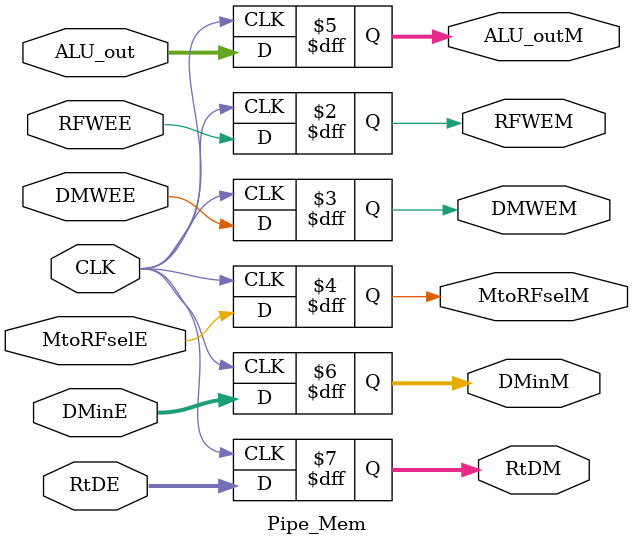
<source format=v>
`timescale 1ns / 1ps


module Pipe_Mem(

    input CLK,
    input  RFWEE,
    input  DMWEE,
    input  MtoRFselE,
    
    output reg  RFWEM,
    output reg  DMWEM,
    output reg  MtoRFselM,

    input [31:0] ALU_out,
    output reg [31:0] ALU_outM,
    
    input [31:0] DMinE,
    output reg [31:0] DMinM,
    
    input [4:0]  RtDE,
    output reg [4:0]  RtDM
    

    );
    
     always @(posedge CLK) begin
     
    RFWEM <= RFWEE;                
    DMWEM <= DMWEE;        
    MtoRFselM <= MtoRFselE;    
    ALU_outM <= ALU_out;
    DMinM <= DMinE;
    RtDM<= RtDE;
    end 
    
//     always @(negedge CLK) begin
    
//     RFWEM <= RFWEE;                
//    DMWEM <= DMWEE;        
//    MtoRFselM <= MtoRFselE;    
//    ALU_outM <= ALU_out;
//    DMinM <= DMinE;
//    RtDM<= RtDE;
    
    
//    end
    
    
    endmodule
    
    
    
    
    
    
    


</source>
